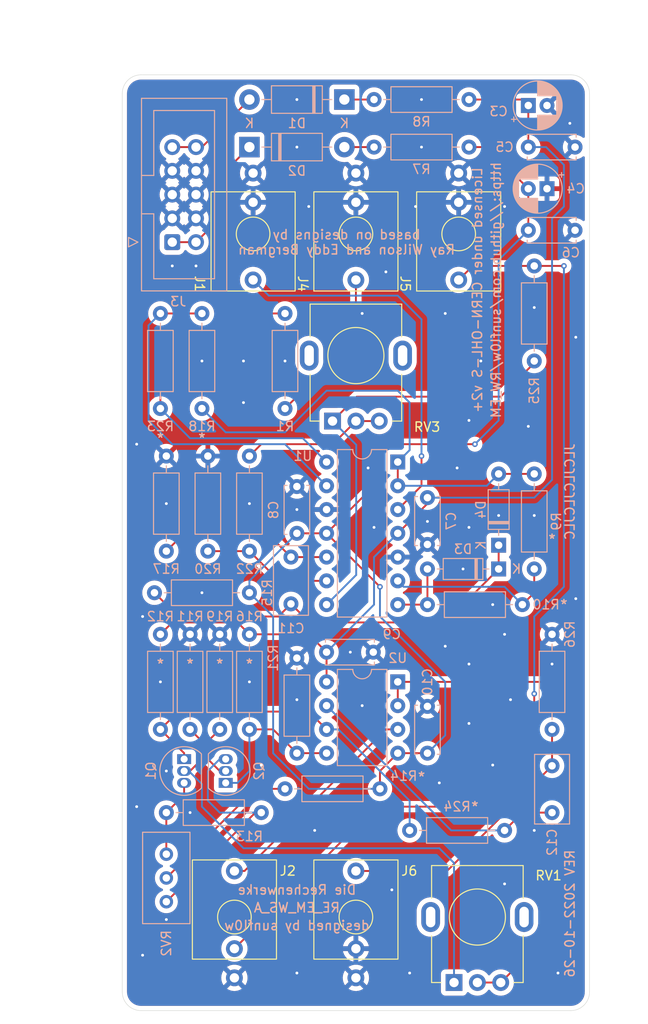
<source format=kicad_pcb>
(kicad_pcb (version 20211014) (generator pcbnew)
  (title_block (title "RW_EM_WS_A") (date "2022-10-26") (rev "2022-10-26") (comment 1 "Licensed under CERN-OHL-S v2+") (comment 2 "https://github.com/sunfl0w/RW_EM"))
  (layers (0 "F.Cu" signal) (31 "B.Cu" signal) (34 "B.Paste" user) (35 "F.Paste" user) (36 "B.SilkS" user "B.Silkscreen") (37 "F.SilkS" user "F.Silkscreen") (38 "B.Mask" user) (39 "F.Mask" user) (44 "Edge.Cuts" user))
  (net 0 "")
  (net 1 "+12V")
  (net 2 "GND")
  (net 3 "-12V")
  (net 4 "Net-(C11-Pad1)")
  (net 5 "Net-(C11-Pad2)")
  (net 6 "Net-(C12-Pad1)")
  (net 7 "Net-(C12-Pad2)")
  (net 8 "Net-(D1-Pad1)")
  (net 9 "Net-(D1-Pad2)")
  (net 10 "Net-(D2-Pad1)")
  (net 11 "Net-(D2-Pad2)")
  (net 12 "Net-(D3-Pad2)")
  (net 13 "Net-(D4-Pad2)")
  (net 14 "Net-(J1-PadT)")
  (net 15 "Net-(J2-PadT)")
  (net 16 "Net-(J2-PadTN)")
  (net 17 "Net-(Q1-Pad1)")
  (net 18 "Net-(Q1-Pad2)")
  (net 19 "Net-(Q1-Pad3)")
  (net 20 "Net-(Q2-Pad1)")
  (net 21 "Net-(Q2-Pad2)")
  (net 22 "Net-(Q2-Pad3)")
  (net 23 "Net-(R10-Pad2)")
  (net 24 "Net-(R14-Pad2)")
  (net 25 "Net-(R18-Pad1)")
  (net 26 "Net-(R20-Pad1)")
  (net 27 "Net-(R22-Pad1)")
  (net 28 "Net-(R25-Pad1)")
  (net 29 "Net-(RV1-Pad2)")
  (net 30 "Net-(J4-PadT)")
  (net 31 "Net-(R1-Pad2)")
  (footprint "RW_EurorackModular:PJ301M-12" (layer "F.Cu") (at 153 128)
    (fp_text reference "J6" (at 5.715 -4.93 unlocked) (layer "F.SilkS"))
    (fp_text value "PJ301M-12")
    (pad "S" thru_hole circle (at 0 6.5) (size 1.8 1.8) (drill 1) (layers *.Cu *.Mask) (net 2 "GND"))
    (pad "T" thru_hole circle (at 0 -4.92) (size 1.8 1.8) (drill 1) (layers *.Cu *.Mask) (net 7 "Net-(C12-Pad2)"))
    (pad "TN" thru_hole oval (at 0 3.38) (size 1.8 1.8) (drill oval 1) (layers *.Cu *.Mask) (net 2 "GND"))
  )
  (footprint "RW_EurorackModular:Potentiometer_R0904N_SongHuei" (layer "F.Cu") (at 153 68)
    (fp_text reference "RV3" (at 7.62 7.635 unlocked) (layer "F.SilkS"))
    (fp_text value "100k")
    (pad "" thru_hole oval (at 5 0) (size 2 3.2) (drill oval 1 2.2) (layers *.Cu *.Mask))
    (pad "" thru_hole oval (at -5 0) (size 2 3.2) (drill oval 1 2.2) (layers *.Cu *.Mask))
    (pad "1" thru_hole rect (at -2.5 7) (size 1.8 1.8) (drill 1) (layers *.Cu *.Mask) (net 28 "Net-(R25-Pad1)"))
    (pad "2" thru_hole circle (at 0 7) (size 1.8 1.8) (drill 1) (layers *.Cu *.Mask) (net 27 "Net-(R22-Pad1)"))
    (pad "3" thru_hole circle (at 2.5 7) (size 1.8 1.8) (drill 1) (layers *.Cu *.Mask) (net 27 "Net-(R22-Pad1)"))
  )
  (footprint "RW_EurorackModular:PJ301M-12" (layer "F.Cu") (at 140 128)
    (fp_text reference "J2" (at 5.715 -4.93 unlocked) (layer "F.SilkS"))
    (fp_text value "PJ301M-12")
    (pad "S" thru_hole circle (at 0 6.5) (size 1.8 1.8) (drill 1) (layers *.Cu *.Mask) (net 2 "GND"))
    (pad "T" thru_hole circle (at 0 -4.92) (size 1.8 1.8) (drill 1) (layers *.Cu *.Mask) (net 15 "Net-(J2-PadT)"))
    (pad "TN" thru_hole oval (at 0 3.38) (size 1.8 1.8) (drill oval 1) (layers *.Cu *.Mask) (net 16 "Net-(J2-PadTN)"))
  )
  (footprint "RW_EurorackModular:PJ301M-12" (layer "F.Cu") (at 153 55 180)
    (fp_text reference "J4" (at 5.68 -5.325 270 unlocked) (layer "F.SilkS"))
    (fp_text value "PJ301M-12")
    (pad "S" thru_hole circle (at 0 6.5 180) (size 1.8 1.8) (drill 1) (layers *.Cu *.Mask) (net 2 "GND"))
    (pad "T" thru_hole circle (at 0 -4.92 180) (size 1.8 1.8) (drill 1) (layers *.Cu *.Mask) (net 30 "Net-(J4-PadT)"))
    (pad "TN" thru_hole oval (at 0 3.38 180) (size 1.8 1.8) (drill oval 1) (layers *.Cu *.Mask) (net 2 "GND"))
  )
  (footprint "RW_EurorackModular:PJ301M-12" (layer "F.Cu") (at 142 55 180)
    (fp_text reference "J1" (at 5.715 -5.325 270 unlocked) (layer "F.SilkS"))
    (fp_text value "PJ301M-12")
    (pad "S" thru_hole circle (at 0 6.5 180) (size 1.8 1.8) (drill 1) (layers *.Cu *.Mask) (net 2 "GND"))
    (pad "T" thru_hole circle (at 0 -4.92 180) (size 1.8 1.8) (drill 1) (layers *.Cu *.Mask) (net 14 "Net-(J1-PadT)"))
    (pad "TN" thru_hole oval (at 0 3.38 180) (size 1.8 1.8) (drill oval 1) (layers *.Cu *.Mask) (net 2 "GND"))
  )
  (footprint "RW_EurorackModular:PJ301M-12" (layer "F.Cu") (at 164 55 180)
    (fp_text reference "J5" (at 5.715 -5.325 270 unlocked) (layer "F.SilkS"))
    (fp_text value "PJ301M-12")
    (pad "S" thru_hole circle (at 0 6.5 180) (size 1.8 1.8) (drill 1) (layers *.Cu *.Mask) (net 2 "GND"))
    (pad "T" thru_hole circle (at 0 -4.92 180) (size 1.8 1.8) (drill 1) (layers *.Cu *.Mask) (net 16 "Net-(J2-PadTN)"))
    (pad "TN" thru_hole oval (at 0 3.38 180) (size 1.8 1.8) (drill oval 1) (layers *.Cu *.Mask) (net 2 "GND"))
  )
  (footprint "RW_EurorackModular:Potentiometer_R0904N_SongHuei" (layer "F.Cu") (at 166 128)
    (fp_text reference "RV1" (at 7.62 -4.43 unlocked) (layer "F.SilkS"))
    (fp_text value "100k")
    (pad "" thru_hole oval (at 5 0) (size 2 3.2) (drill oval 1 2.2) (layers *.Cu *.Mask))
    (pad "" thru_hole oval (at -5 0) (size 2 3.2) (drill oval 1 2.2) (layers *.Cu *.Mask))
    (pad "1" thru_hole rect (at -2.5 7) (size 1.8 1.8) (drill 1) (layers *.Cu *.Mask) (net 18 "Net-(Q1-Pad2)"))
    (pad "2" thru_hole circle (at 0 7) (size 1.8 1.8) (drill 1) (layers *.Cu *.Mask) (net 29 "Net-(RV1-Pad2)"))
    (pad "3" thru_hole circle (at 2.5 7) (size 1.8 1.8) (drill 1) (layers *.Cu *.Mask) (net 29 "Net-(RV1-Pad2)"))
  )
  (footprint "Capacitor_THT:C_Disc_D5.0mm_W2.5mm_P5.00mm" (layer "B.Cu") (at 160.655 83.185 -90)
    (fp_text reference "C7" (at 2.5 -2.54 90) (layer "B.SilkS") (effects (justify mirror)))
    (fp_text value "100nF")
    (pad "1" thru_hole circle (at 0 0 270) (size 1.6 1.6) (drill 0.8) (layers *.Cu *.Mask) (net 1 "+12V"))
    (pad "2" thru_hole circle (at 5 0 270) (size 1.6 1.6) (drill 0.8) (layers *.Cu *.Mask) (net 2 "GND"))
  )
  (footprint "Resistor_THT:R_Axial_DIN0207_L6.3mm_D2.5mm_P10.16mm_Horizontal" (layer "B.Cu") (at 132.08 107.95 90)
    (fp_text reference "R12" (at 12.065 0 180) (layer "B.SilkS") (effects (justify mirror)))
    (fp_text value "10k*")
    (pad "1" thru_hole circle (at 0 0 90) (size 1.6 1.6) (drill 0.8) (layers *.Cu *.Mask) (net 17 "Net-(Q1-Pad1)"))
    (pad "2" thru_hole oval (at 10.16 0 90) (size 1.6 1.6) (drill 0.8) (layers *.Cu *.Mask) (net 1 "+12V"))
  )
  (footprint "Diode_THT:D_DO-35_SOD27_P7.62mm_Horizontal" (layer "B.Cu") (at 168.275 88.265 90)
    (fp_text reference "D4" (at 3.81 -1.905 90) (layer "B.SilkS") (effects (justify mirror)))
    (fp_text value "1N4148")
    (fp_text user "K" (at 0 -1.905 90) (layer "B.SilkS") (effects (justify mirror)))
    (pad "1" thru_hole rect (at 0 0 90) (size 1.6 1.6) (drill 0.8) (layers *.Cu *.Mask) (net 4 "Net-(C11-Pad1)"))
    (pad "2" thru_hole oval (at 7.62 0 90) (size 1.6 1.6) (drill 0.8) (layers *.Cu *.Mask) (net 13 "Net-(D4-Pad2)"))
  )
  (footprint "Resistor_THT:R_Axial_DIN0207_L6.3mm_D2.5mm_P10.16mm_Horizontal" (layer "B.Cu") (at 141.605 93.345 180)
    (fp_text reference "R15" (at -1.905 0 270) (layer "B.SilkS") (effects (justify mirror)))
    (fp_text value "20k")
    (pad "1" thru_hole circle (at 0 0 180) (size 1.6 1.6) (drill 0.8) (layers *.Cu *.Mask) (net 3 "-12V"))
    (pad "2" thru_hole oval (at 10.16 0 180) (size 1.6 1.6) (drill 0.8) (layers *.Cu *.Mask) (net 4 "Net-(C11-Pad1)"))
  )
  (footprint "Resistor_THT:R_Axial_DIN0207_L6.3mm_D2.5mm_P10.16mm_Horizontal" (layer "B.Cu") (at 137.16 88.9 90)
    (fp_text reference "R20" (at -1.905 0 180) (layer "B.SilkS") (effects (justify mirror)))
    (fp_text value "100k")
    (pad "1" thru_hole circle (at 0 0 90) (size 1.6 1.6) (drill 0.8) (layers *.Cu *.Mask) (net 26 "Net-(R20-Pad1)"))
    (pad "2" thru_hole oval (at 10.16 0 90) (size 1.6 1.6) (drill 0.8) (layers *.Cu *.Mask) (net 2 "GND"))
  )
  (footprint "Package_DIP:DIP-8_W7.62mm" (layer "B.Cu") (at 157.48 102.87 180)
    (fp_text reference "U2" (at 0 2.54) (layer "B.SilkS") (effects (justify mirror)))
    (fp_text value "TL072")
    (pad "1" thru_hole rect (at 0 0 180) (size 1.6 1.6) (drill 0.8) (layers *.Cu *.Mask) (net 29 "Net-(RV1-Pad2)"))
    (pad "2" thru_hole oval (at 0 -2.54 180) (size 1.6 1.6) (drill 0.8) (layers *.Cu *.Mask) (net 29 "Net-(RV1-Pad2)"))
    (pad "3" thru_hole oval (at 0 -5.08 180) (size 1.6 1.6) (drill 0.8) (layers *.Cu *.Mask) (net 15 "Net-(J2-PadT)"))
    (pad "4" thru_hole oval (at 0 -7.62 180) (size 1.6 1.6) (drill 0.8) (layers *.Cu *.Mask) (net 3 "-12V"))
    (pad "5" thru_hole oval (at 7.62 -7.62 180) (size 1.6 1.6) (drill 0.8) (layers *.Cu *.Mask) (net 20 "Net-(Q2-Pad1)"))
    (pad "6" thru_hole oval (at 7.62 -5.08 180) (size 1.6 1.6) (drill 0.8) (layers *.Cu *.Mask) (net 17 "Net-(Q1-Pad1)"))
    (pad "7" thru_hole oval (at 7.62 -2.54 180) (size 1.6 1.6) (drill 0.8) (layers *.Cu *.Mask) (net 6 "Net-(C12-Pad1)"))
    (pad "8" thru_hole oval (at 7.62 0 180) (size 1.6 1.6) (drill 0.8) (layers *.Cu *.Mask) (net 1 "+12V"))
  )
  (footprint "Resistor_THT:R_Axial_DIN0207_L6.3mm_D2.5mm_P10.16mm_Horizontal" (layer "B.Cu") (at 160.655 94.615)
    (fp_text reference "R10" (at 12.7 0) (layer "B.SilkS") (effects (justify mirror)))
    (fp_text value "10k*")
    (pad "1" thru_hole circle (at 0 0) (size 1.6 1.6) (drill 0.8) (layers *.Cu *.Mask) (net 12 "Net-(D3-Pad2)"))
    (pad "2" thru_hole oval (at 10.16 0) (size 1.6 1.6) (drill 0.8) (layers *.Cu *.Mask) (net 23 "Net-(R10-Pad2)"))
  )
  (footprint "Resistor_THT:R_Axial_DIN0207_L6.3mm_D2.5mm_P10.16mm_Horizontal" (layer "B.Cu") (at 154.94 40.64)
    (fp_text reference "R8" (at 5.08 2.37) (layer "B.SilkS") (effects (justify mirror)))
    (fp_text value "10")
    (pad "1" thru_hole circle (at 0 0) (size 1.6 1.6) (drill 0.8) (layers *.Cu *.Mask) (net 8 "Net-(D1-Pad1)"))
    (pad "2" thru_hole oval (at 10.16 0) (size 1.6 1.6) (drill 0.8) (layers *.Cu *.Mask) (net 1 "+12V"))
  )
  (footprint "Capacitor_THT:C_Disc_D5.0mm_W2.5mm_P5.00mm" (layer "B.Cu") (at 149.86 99.695)
    (fp_text reference "C9" (at 6.985 -1.905) (layer "B.SilkS") (effects (justify mirror)))
    (fp_text value "100nF")
    (pad "1" thru_hole circle (at 0 0) (size 1.6 1.6) (drill 0.8) (layers *.Cu *.Mask) (net 1 "+12V"))
    (pad "2" thru_hole circle (at 5 0) (size 1.6 1.6) (drill 0.8) (layers *.Cu *.Mask) (net 2 "GND"))
  )
  (footprint "Package_TO_SOT_THT:TO-92_Inline" (layer "B.Cu") (at 139.065 113.665 90)
    (fp_text reference "Q2" (at 1.27 3.56 90) (layer "B.SilkS") (effects (justify mirror)))
    (fp_text value "BC548")
    (pad "1" thru_hole rect (at 0 0 90) (size 1.05 1.5) (drill 0.75) (layers *.Cu *.Mask) (net 20 "Net-(Q2-Pad1)"))
    (pad "2" thru_hole oval (at 1.27 0 90) (size 1.05 1.5) (drill 0.75) (layers *.Cu *.Mask) (net 21 "Net-(Q2-Pad2)"))
    (pad "3" thru_hole oval (at 2.54 0 90) (size 1.05 1.5) (drill 0.75) (layers *.Cu *.Mask) (net 22 "Net-(Q2-Pad3)"))
  )
  (footprint "Capacitor_THT:CP_Radial_D5.0mm_P2.00mm" (layer "B.Cu") (at 171.45 41.275)
    (fp_text reference "C3" (at -3.175 0.635) (layer "B.SilkS") (effects (justify mirror)))
    (fp_text value "47uF")
    (pad "1" thru_hole rect (at 0 0) (size 1.6 1.6) (drill 0.8) (layers *.Cu *.Mask) (net 1 "+12V"))
    (pad "2" thru_hole circle (at 2 0) (size 1.6 1.6) (drill 0.8) (layers *.Cu *.Mask) (net 2 "GND"))
  )
  (footprint "Package_TO_SOT_THT:TO-92_Inline" (layer "B.Cu") (at 134.62 111.125 -90)
    (fp_text reference "Q1" (at 1.27 3.56 90) (layer "B.SilkS") (effects (justify mirror)))
    (fp_text value "BC548")
    (pad "1" thru_hole rect (at 0 0 270) (size 1.05 1.5) (drill 0.75) (layers *.Cu *.Mask) (net 17 "Net-(Q1-Pad1)"))
    (pad "2" thru_hole oval (at 1.27 0 270) (size 1.05 1.5) (drill 0.75) (layers *.Cu *.Mask) (net 18 "Net-(Q1-Pad2)"))
    (pad "3" thru_hole oval (at 2.54 0 270) (size 1.05 1.5) (drill 0.75) (layers *.Cu *.Mask) (net 19 "Net-(Q1-Pad3)"))
  )
  (footprint "Diode_THT:D_DO-41_SOD81_P10.16mm_Horizontal" (layer "B.Cu") (at 141.605 45.72)
    (fp_text reference "D2" (at 5.08 2.54) (layer "B.SilkS") (effects (justify mirror)))
    (fp_text value "1N5819")
    (fp_text user "K" (at 0 -2.54) (layer "B.SilkS") (effects (justify mirror)))
    (pad "1" thru_hole rect (at 0 0) (size 2.2 2.2) (drill 1.1) (layers *.Cu *.Mask) (net 10 "Net-(D2-Pad1)"))
    (pad "2" thru_hole oval (at 10.16 0) (size 2.2 2.2) (drill 1.1) (layers *.Cu *.Mask) (net 11 "Net-(D2-Pad2)"))
  )
  (footprint "Resistor_THT:R_Axial_DIN0207_L6.3mm_D2.5mm_P10.16mm_Horizontal" (layer "B.Cu") (at 141.605 107.95 90)
    (fp_text reference "R16" (at 12.065 0 180) (layer "B.SilkS") (effects (justify mirror)))
    (fp_text value "10k*")
    (pad "1" thru_hole circle (at 0 0 90) (size 1.6 1.6) (drill 0.8) (layers *.Cu *.Mask) (net 20 "Net-(Q2-Pad1)"))
    (pad "2" thru_hole oval (at 10.16 0 90) (size 1.6 1.6) (drill 0.8) (layers *.Cu *.Mask) (net 1 "+12V"))
  )
  (footprint "Resistor_THT:R_Axial_DIN0207_L6.3mm_D2.5mm_P10.16mm_Horizontal" (layer "B.Cu") (at 155.575 114.3 180)
    (fp_text reference "R14" (at -2.54 1.37) (layer "B.SilkS") (effects (justify mirror)))
    (fp_text value "10k*")
    (pad "1" thru_hole circle (at 0 0 180) (size 1.6 1.6) (drill 0.8) (layers *.Cu *.Mask) (net 3 "-12V"))
    (pad "2" thru_hole oval (at 10.16 0 180) (size 1.6 1.6) (drill 0.8) (layers *.Cu *.Mask) (net 24 "Net-(R14-Pad2)"))
  )
  (footprint "Resistor_THT:R_Axial_DIN0207_L6.3mm_D2.5mm_P10.16mm_Horizontal" (layer "B.Cu") (at 136.525 63.5 -90)
    (fp_text reference "R18" (at 12.065 0 180) (layer "B.SilkS") (effects (justify mirror)))
    (fp_text value "10k*")
    (pad "1" thru_hole circle (at 0 0 270) (size 1.6 1.6) (drill 0.8) (layers *.Cu *.Mask) (net 25 "Net-(R18-Pad1)"))
    (pad "2" thru_hole oval (at 10.16 0 270) (size 1.6 1.6) (drill 0.8) (layers *.Cu *.Mask) (net 13 "Net-(D4-Pad2)"))
  )
  (footprint "Capacitor_THT:C_Disc_D5.0mm_W2.5mm_P5.00mm" (layer "B.Cu") (at 160.655 105.49 -90)
    (fp_text reference "C10" (at -2.62 0 90) (layer "B.SilkS") (effects (justify mirror)))
    (fp_text value "100nF")
    (pad "1" thru_hole circle (at 0 0 270) (size 1.6 1.6) (drill 0.8) (layers *.Cu *.Mask) (net 2 "GND"))
    (pad "2" thru_hole circle (at 5 0 270) (size 1.6 1.6) (drill 0.8) (layers *.Cu *.Mask) (net 3 "-12V"))
  )
  (footprint "Capacitor_THT:C_Disc_D5.0mm_W2.5mm_P5.00mm" (layer "B.Cu") (at 146.685 81.995 -90)
    (fp_text reference "C8" (at 2.5 2.5 90) (layer "B.SilkS") (effects (justify mirror)))
    (fp_text value "100nF")
    (pad "1" thru_hole circle (at 0 0 270) (size 1.6 1.6) (drill 0.8) (layers *.Cu *.Mask) (net 2 "GND"))
    (pad "2" thru_hole circle (at 5 0 270) (size 1.6 1.6) (drill 0.8) (layers *.Cu *.Mask) (net 3 "-12V"))
  )
  (footprint "Resistor_THT:R_Axial_DIN0207_L6.3mm_D2.5mm_P10.16mm_Horizontal" (layer "B.Cu") (at 142.875 116.84 180)
    (fp_text reference "R13" (at 1.27 -2.54) (layer "B.SilkS") (effects (justify mirror)))
    (fp_text value "390")
    (pad "1" thru_hole circle (at 0 0 180) (size 1.6 1.6) (drill 0.8) (layers *.Cu *.Mask) (net 22 "Net-(Q2-Pad3)"))
    (pad "2" thru_hole oval (at 10.16 0 180) (size 1.6 1.6) (drill 0.8) (layers *.Cu *.Mask) (net 19 "Net-(Q1-Pad3)"))
  )
  (footprint "Resistor_THT:R_Axial_DIN0207_L6.3mm_D2.5mm_P10.16mm_Horizontal" (layer "B.Cu") (at 132.715 78.74 -90)
    (fp_text reference "R17" (at 12.065 0) (layer "B.SilkS") (effects (justify mirror)))
    (fp_text value "200k")
    (pad "1" thru_hole circle (at 0 0 270) (size 1.6 1.6) (drill 0.8) (layers *.Cu *.Mask) (net 2 "GND"))
    (pad "2" thru_hole oval (at 10.16 0 270) (size 1.6 1.6) (drill 0.8) (layers *.Cu *.Mask) (net 5 "Net-(C11-Pad2)"))
  )
  (footprint "Capacitor_THT:CP_Radial_D5.0mm_P2.00mm" (layer "B.Cu") (at 173.45 50.165 180)
    (fp_text reference "C4" (at -3.08 0) (layer "B.SilkS") (effects (justify mirror)))
    (fp_text value "47uF")
    (pad "1" thru_hole rect (at 0 0 180) (size 1.6 1.6) (drill 0.8) (layers *.Cu *.Mask) (net 2 "GND"))
    (pad "2" thru_hole circle (at 2 0 180) (size 1.6 1.6) (drill 0.8) (layers *.Cu *.Mask) (net 3 "-12V"))
  )
  (footprint "Resistor_THT:R_Axial_DIN0207_L6.3mm_D2.5mm_P10.16mm_Horizontal" (layer "B.Cu") (at 146.685 100.33 -90)
    (fp_text reference "R21" (at 0 2.54 90) (layer "B.SilkS") (effects (justify mirror)))
    (fp_text value "10k*")
    (pad "1" thru_hole circle (at 0 0 270) (size 1.6 1.6) (drill 0.8) (layers *.Cu *.Mask) (net 2 "GND"))
    (pad "2" thru_hole oval (at 10.16 0 270) (size 1.6 1.6) (drill 0.8) (layers *.Cu *.Mask) (net 20 "Net-(Q2-Pad1)"))
  )
  (footprint "Resistor_THT:R_Axial_DIN0207_L6.3mm_D2.5mm_P10.16mm_Horizontal" (layer "B.Cu") (at 172.085 90.805 90)
    (fp_text reference "R9" (at 5.08 2.37 90) (layer "B.SilkS") (effects (justify mirror)))
    (fp_text value "10k*")
    (pad "1" thru_hole circle (at 0 0 90) (size 1.6 1.6) (drill 0.8) (layers *.Cu *.Mask) (net 23 "Net-(R10-Pad2)"))
    (pad "2" thru_hole oval (at 10.16 0 90) (size 1.6 1.6) (drill 0.8) (layers *.Cu *.Mask) (net 13 "Net-(D4-Pad2)"))
  )
  (footprint "Resistor_THT:R_Axial_DIN0207_L6.3mm_D2.5mm_P10.16mm_Horizontal" (layer "B.Cu") (at 145.415 73.66 90)
    (fp_text reference "R1" (at -1.905 0 180) (layer "B.SilkS") (effects (justify mirror)))
    (fp_text value "1k")
    (pad "1" thru_hole circle (at 0 0 90) (size 1.6 1.6) (drill 0.8) (layers *.Cu *.Mask) (net 30 "Net-(J4-PadT)"))
    (pad "2" thru_hole oval (at 10.16 0 90) (size 1.6 1.6) (drill 0.8) (layers *.Cu *.Mask) (net 31 "Net-(R1-Pad2)"))
  )
  (footprint "Connector_IDC:IDC-Header_2x05_P2.54mm_Vertical" (layer "B.Cu") (at 133.35 55.88)
    (fp_text reference "J3" (at 0.635 6.35) (layer "B.SilkS") (effects (justify mirror)))
    (fp_text value "IDC_02x05")
    (pad "1" thru_hole roundrect (at 0 0) (size 1.7 1.7) (drill 1) (layers *.Cu *.Mask) (roundrect_rratio 0.1470588235) (net 10 "Net-(D2-Pad1)"))
    (pad "2" thru_hole circle (at 2.54 0) (size 1.7 1.7) (drill 1) (layers *.Cu *.Mask) (net 10 "Net-(D2-Pad1)"))
    (pad "3" thru_hole circle (at 0 -2.54) (size 1.7 1.7) (drill 1) (layers *.Cu *.Mask) (net 2 "GND"))
    (pad "4" thru_hole circle (at 2.54 -2.54) (size 1.7 1.7) (drill 1) (layers *.Cu *.Mask) (net 2 "GND"))
    (pad "5" thru_hole circle (at 0 -5.08) (size 1.7 1.7) (drill 1) (layers *.Cu *.Mask) (net 2 "GND"))
    (pad "6" thru_hole circle (at 2.54 -5.08) (size 1.7 1.7) (drill 1) (layers *.Cu *.Mask) (net 2 "GND"))
    (pad "7" thru_hole circle (at 0 -7.62) (size 1.7 1.7) (drill 1) (layers *.Cu *.Mask) (net 2 "GND"))
    (pad "8" thru_hole circle (at 2.54 -7.62) (size 1.7 1.7) (drill 1) (layers *.Cu *.Mask) (net 2 "GND"))
    (pad "9" thru_hole circle (at 0 -10.16) (size 1.7 1.7) (drill 1) (layers *.Cu *.Mask) (net 9 "Net-(D1-Pad2)"))
    (pad "10" thru_hole circle (at 2.54 -10.16) (size 1.7 1.7) (drill 1) (layers *.Cu *.Mask) (net 9 "Net-(D1-Pad2)"))
  )
  (footprint "Capacitor_THT:C_Disc_D5.0mm_W2.5mm_P5.00mm" (layer "B.Cu") (at 171.45 45.72)
    (fp_text reference "C5" (at -2.54 0) (layer "B.SilkS") (effects (justify mirror)))
    (fp_text value "100nF")
    (pad "1" thru_hole circle (at 0 0) (size 1.6 1.6) (drill 0.8) (layers *.Cu *.Mask) (net 1 "+12V"))
    (pad "2" thru_hole circle (at 5 0) (size 1.6 1.6) (drill 0.8) (layers *.Cu *.Mask) (net 2 "GND"))
  )
  (footprint "Resistor_THT:R_Axial_DIN0207_L6.3mm_D2.5mm_P10.16mm_Horizontal" (layer "B.Cu") (at 173.99 97.79 -90)
    (fp_text reference "R26" (at 0 -1.905 90) (layer "B.SilkS") (effects (justify mirror)))
    (fp_text value "200k")
    (pad "1" thru_hole circle (at 0 0 270) (size 1.6 1.6) (drill 0.8) (layers *.Cu *.Mask) (net 2 "GND"))
    (pad "2" thru_hole oval (at 10.16 0 270) (size 1.6 1.6) (drill 0.8) (layers *.Cu *.Mask) (net 7 "Net-(C12-Pad2)"))
  )
  (footprint "Resistor_THT:R_Axial_DIN0207_L6.3mm_D2.5mm_P10.16mm_Horizontal" (layer "B.Cu") (at 135.255 97.79 -90)
    (fp_text reference "R11" (at -1.905 0 180) (layer "B.SilkS") (effects (justify mirror)))
    (fp_text value "2.2k*")
    (pad "1" thru_hole circle (at 0 0 270) (size 1.6 1.6) (drill 0.8) (layers *.Cu *.Mask) (net 2 "GND"))
    (pad "2" thru_hole oval (at 10.16 0 270) (size 1.6 1.6) (drill 0.8) (layers *.Cu *.Mask) (net 18 "Net-(Q1-Pad2)"))
  )
  (footprint "Package_DIP:DIP-14_W7.62mm" (layer "B.Cu") (at 157.48 79.375 180)
    (fp_text reference "U1" (at 10.16 0.635) (layer "B.SilkS") (effects (justify mirror)))
    (fp_text value "TL074")
    (pad "1" thru_hole rect (at 0 0 180) (size 1.6 1.6) (drill 0.8) (layers *.Cu *.Mask) (net 13 "Net-(D4-Pad2)"))
    (pad "2" thru_hole oval (at 0 -2.54 180) (size 1.6 1.6) (drill 0.8) (layers *.Cu *.Mask) (net 13 "Net-(D4-Pad2)"))
    (pad "3" thru_hole oval (at 0 -5.08 180) (size 1.6 1.6) (drill 0.8) (layers *.Cu *.Mask) (net 14 "Net-(J1-PadT)"))
    (pad "4" thru_hole oval (at 0 -7.62 180) (size 1.6 1.6) (drill 0.8) (layers *.Cu *.Mask) (net 1 "+12V"))
    (pad "5" thru_hole oval (at 0 -10.16 180) (size 1.6 1.6) (drill 0.8) (layers *.Cu *.Mask) (net 2 "GND"))
    (pad "6" thru_hole oval (at 0 -12.7 180) (size 1.6 1.6) (drill 0.8) (layers *.Cu *.Mask) (net 23 "Net-(R10-Pad2)"))
    (pad "7" thru_hole oval (at 0 -15.24 180) (size 1.6 1.6) (drill 0.8) (layers *.Cu *.Mask) (net 12 "Net-(D3-Pad2)"))
    (pad "8" thru_hole oval (at 7.62 -15.24 180) (size 1.6 1.6) (drill 0.8) (layers *.Cu *.Mask) (net 28 "Net-(R25-Pad1)"))
    (pad "9" thru_hole oval (at 7.62 -12.7 180) (size 1.6 1.6) (drill 0.8) (layers *.Cu *.Mask) (net 26 "Net-(R20-Pad1)"))
    (pad "10" thru_hole oval (at 7.62 -10.16 180) (size 1.6 1.6) (drill 0.8) (layers *.Cu *.Mask) (net 5 "Net-(C11-Pad2)"))
    (pad "11" thru_hole oval (at 7.62 -7.62 180) (size 1.6 1.6) (drill 0.8) (layers *.Cu *.Mask) (net 3 "-12V"))
    (pad "12" thru_hole oval (at 7.62 -5.08 180) (size 1.6 1.6) (drill 0.8) (layers *.Cu *.Mask) (net 2 "GND"))
    (pad "13" thru_hole oval (at 7.62 -2.54 180) (size 1.6 1.6) (drill 0.8) (layers *.Cu *.Mask) (net 25 "Net-(R18-Pad1)"))
    (pad "14" thru_hole oval (at 7.62 0 180) (size 1.6 1.6) (drill 0.8) (layers *.Cu *.Mask) (net 31 "Net-(R1-Pad2)"))
  )
  (footprint "Resistor_THT:R_Axial_DIN0207_L6.3mm_D2.5mm_P10.16mm_Horizontal" (layer "B.Cu") (at 168.91 118.745 180)
    (fp_text reference "R24" (at 5.08 2.54) (layer "B.SilkS") (effects (justify mirror)))
    (fp_text value "10k*")
    (pad "1" thru_hole circle (at 0 0 180) (size 1.6 1.6) (drill 0.8) (layers *.Cu *.Mask) (net 6 "Net-(C12-Pad1)"))
    (pad "2" thru_hole oval (at 10.16 0 180) (size 1.6 1.6) (drill 0.8) (layers *.Cu *.Mask) (net 17 "Net-(Q1-Pad1)"))
  )
  (footprint "Capacitor_THT:C_Disc_D5.0mm_W2.5mm_P5.00mm" (layer "B.Cu") (at 176.45 54.61 180)
    (fp_text reference "C6" (at 0.45 -2.39) (layer "B.SilkS") (effects (justify mirror)))
    (fp_text value "100nF")
    (pad "1" thru_hole circle (at 0 0 180) (size 1.6 1.6) (drill 0.8) (layers *.Cu *.Mask) (net 2 "GND"))
    (pad "2" thru_hole circle (at 5 0 180) (size 1.6 1.6) (drill 0.8) (layers *.Cu *.Mask) (net 3 "-12V"))
  )
  (footprint "Resistor_THT:R_Axial_DIN0207_L6.3mm_D2.5mm_P10.16mm_Horizontal" (layer "B.Cu") (at 154.94 45.72)
    (fp_text reference "R7" (at 5.08 2.37) (layer "B.SilkS") (effects (justify mirror)))
    (fp_text value "10")
    (pad "1" thru_hole circle (at 0 0) (size 1.6 1.6) (drill 0.8) (layers *.Cu *.Mask) (net 11 "Net-(D2-Pad2)"))
    (pad "2" thru_hole oval (at 10.16 0) (size 1.6 1.6) (drill 0.8) (layers *.Cu *.Mask) (net 3 "-12V"))
  )
  (footprint "Resistor_THT:R_Axial_DIN0207_L6.3mm_D2.5mm_P10.16mm_Horizontal" (layer "B.Cu") (at 132.08 73.66 90)
    (fp_text reference "R23" (at -1.905 0 180) (layer "B.SilkS") (effects (justify mirror)))
    (fp_text value "10k*")
    (pad "1" thru_hole circle (at 0 0 90) (size 1.6 1.6) (drill 0.8) (layers *.Cu *.Mask) (net 31 "Net-(R1-Pad2)"))
    (pad "2" thru_hole oval (at 10.16 0 90) (size 1.6 1.6) (drill 0.8) (layers *.Cu *.Mask) (net 25 "Net-(R18-Pad1)"))
  )
  (footprint "Potentiometer_THT:Potentiometer_Bourns_3296W_Vertical" (layer "B.Cu") (at 132.715 121.285 90)
    (fp_text reference "RV2" (at -9.525 0 90) (layer "B.SilkS") (effects (justify mirror)))
    (fp_text value "50k")
    (pad "1" thru_hole circle (at 0 0 90) (size 1.44 1.44) (drill 0.8) (layers *.Cu *.Mask) (net 19 "Net-(Q1-Pad3)"))
    (pad "2" thru_hole circle (at -2.54 0 90) (size 1.44 1.44) (drill 0.8) (layers *.Cu *.Mask) (net 24 "Net-(R14-Pad2)"))
    (pad "3" thru_hole circle (at -5.08 0 90) (size 1.44 1.44) (drill 0.8) (layers *.Cu *.Mask) (net 22 "Net-(Q2-Pad3)"))
  )
  (footprint "Resistor_THT:R_Axial_DIN0207_L6.3mm_D2.5mm_P10.16mm_Horizontal" (layer "B.Cu") (at 141.605 78.74 -90)
    (fp_text reference "R22" (at 12.065 0 180) (layer "B.SilkS") (effects (justify mirror)))
    (fp_text value "20k")
    (pad "1" thru_hole circle (at 0 0 270) (size 1.6 1.6) (drill 0.8) (layers *.Cu *.Mask) (net 27 "Net-(R22-Pad1)"))
    (pad "2" thru_hole oval (at 10.16 0 270) (size 1.6 1.6) (drill 0.8) (layers *.Cu *.Mask) (net 26 "Net-(R20-Pad1)"))
  )
  (footprint "Capacitor_THT:C_Rect_L7.2mm_W3.5mm_P5.00mm_FKS2_FKP2_MKS2_MKP2" (layer "B.Cu") (at 146.05 94.535 90)
    (fp_text reference "C11" (at -2.62 0 180) (layer "B.SilkS") (effects (justify mirror)))
    (fp_text value "1uF")
    (pad "1" thru_hole circle (at 0 0 90) (size 1.6 1.6) (drill 0.8) (layers *.Cu *.Mask) (net 4 "Net-(C11-Pad1)"))
    (pad "2" thru_hole circle (at 5 0 90) (size 1.6 1.6) (drill 0.8) (layers *.Cu *.Mask) (net 5 "Net-(C11-Pad2)"))
  )
  (footprint "Resistor_THT:R_Axial_DIN0207_L6.3mm_D2.5mm_P10.16mm_Horizontal" (layer "B.Cu") (at 138.43 97.79 -90)
    (fp_text reference "R19" (at -1.905 0 180) (layer "B.SilkS") (effects (justify mirror)))
    (fp_text value "2.2k*")
    (pad "1" thru_hole circle (at 0 0 270) (size 1.6 1.6) (drill 0.8) (layers *.Cu *.Mask) (net 2 "GND"))
    (pad "2" thru_hole oval (at 10.16 0 270) (size 1.6 1.6) (drill 0.8) (layers *.Cu *.Mask) (net 21 "Net-(Q2-Pad2)"))
  )
  (footprint "Resistor_THT:R_Axial_DIN0207_L6.3mm_D2.5mm_P10.16mm_Horizontal" (layer "B.Cu") (at 172.085 68.58 90)
    (fp_text reference "R25" (at -3.175 0 90) (layer "B.SilkS") (effects (justify mirror)))
    (fp_text value "1k")
    (pad "1" thru_hole circle (at 0 0 90) (size 1.6 1.6) (drill 0.8) (layers *.Cu *.Mask) (net 28 "Net-(R25-Pad1)"))
    (pad "2" thru_hole oval (at 10.16 0 90) (size 1.6 1.6) (drill 0.8) (layers *.Cu *.Mask) (net 16 "Net-(J2-PadTN)"))
  )
  (footprint "Capacitor_THT:C_Rect_L7.2mm_W3.5mm_P5.00mm_FKS2_FKP2_MKS2_MKP2" (layer "B.Cu") (at 173.99 116.84 90)
    (fp_text reference "C12" (at -3.175 0 90) (layer "B.SilkS") (effects (justify mirror)))
    (fp_text value "1uF")
    (pad "1" thru_hole circle (at 0 0 90) (size 1.6 1.6) (drill 0.8) (layers *.Cu *.Mask) (net 6 "Net-(C12-Pad1)"))
    (pad "2" thru_hole circle (at 5 0 90) (size 1.6 1.6) (drill 0.8) (layers *.Cu *.Mask) (net 7 "Net-(C12-Pad2)"))
  )
  (footprint "Diode_THT:D_DO-35_SOD27_P7.62mm_Horizontal" (layer "B.Cu") (at 168.275 90.805 180)
    (fp_text reference "D3" (at 3.81 2.12) (layer "B.SilkS") (effects (justify mirror)))
    (fp_text value "1N4148")
    (fp_text user "K" (at -1.905 0) (layer "B.SilkS") (effects (justify mirror)))
    (pad "1" thru_hole rect (at 0 0 180) (size 1.6 1.6) (drill 0.8) (layers *.Cu *.Mask) (net 4 "Net-(C11-Pad1)"))
    (pad "2" thru_hole oval (at 7.62 0 180) (size 1.6 1.6) (drill 0.8) (layers *.Cu *.Mask) (net 12 "Net-(D3-Pad2)"))
  )
  (footprint "Diode_THT:D_DO-41_SOD81_P10.16mm_Horizontal" (layer "B.Cu") (at 151.765 40.64 180)
    (fp_text reference "D1" (at 5.08 -2.54) (layer "B.SilkS") (effects (justify mirror)))
    (fp_text value "1N5819")
    (fp_text user "K" (at 0 -2.54) (layer "B.SilkS") (effects (justify mirror)))
    (pad "1" thru_hole rect (at 0 0 180) (size 2.2 2.2) (drill 1.1) (layers *.Cu *.Mask) (net 8 "Net-(D1-Pad1)"))
    (pad "2" thru_hole oval (at 10.16 0 180) (size 2.2 2.2) (drill 1.1) (layers *.Cu *.Mask) (net 9 "Net-(D1-Pad2)"))
  )
  (gr_line (start 130 138) (end 176 138) (layer "Edge.Cuts") (width 0.05))
  (gr_arc (start 128 40) (mid 128.585786 38.585786) (end 130 38) (layer "Edge.Cuts") (width 0.05))
  (gr_line (start 128 40) (end 128 136) (layer "Edge.Cuts") (width 0.05))
  (gr_line (start 178 136) (end 178 40) (layer "Edge.Cuts") (width 0.05))
  (gr_arc (start 130 138) (mid 128.585786 137.414214) (end 128 136) (layer "Edge.Cuts") (width 0.05))
  (gr_arc (start 176 38) (mid 177.414214 38.585786) (end 178 40) (layer "Edge.Cuts") (width 0.05))
  (gr_line (start 176 38) (end 130 38) (layer "Edge.Cuts") (width 0.05))
  (gr_arc (start 178 136) (mid 177.414214 137.414214) (end 176 138) (layer "Edge.Cuts") (width 0.05))
  (gr_text "*" (at 141.605 100.965) (layer "B.SilkS") (effects (font (size 1 1) (thickness 0.16)) (justify mirror)))
  (gr_text "*" (at 175.26 94.615) (layer "B.SilkS") (effects (font (size 1 1) (thickness 0.16)) (justify mirror)))
  (gr_text "RE_EM_WS_A" (at 146.685 127) (layer "B.SilkS") (effects (font (size 1 1) (thickness 0.16)) (justify mirror)))
  (gr_text "*" (at 138.43 100.965) (layer "B.SilkS") (effects (font (size 1 1) (thickness 0.16)) (justify mirror)))
  (gr_text "*" (at 135.255 100.965) (layer "B.SilkS") (effects (font (size 1 1) (thickness 0.16)) (justify mirror)))
  (gr_text "based on designs by\nRay Wilson and Eddy Bergman" (at 152 55.88) (layer "B.SilkS") (effects (font (size 1 1) (thickness 0.16)) (justify mirror)))
  (gr_text "*" (at 136.525 76.835) (layer "B.SilkS") (effects (font (size 1 1) (thickness 0.16)) (justify mirror)))
  (gr_text "*" (at 132.08 100.965) (layer "B.SilkS") (effects (font (size 1 1) (thickness 0.16)) (justify mirror)))
  (gr_text "designed by sunfl0w" (at 146.685 128.905) (layer "B.SilkS") (effects (font (size 1 1) (thickness 0.16)) (justify mirror)))
  (gr_text "Die Rechenwerke" (at 146.685 125.095) (layer "B.SilkS") (effects (font (size 1 1) (thickness 0.16)) (justify mirror)))
  (gr_text "Licensed under CERN-OHL-S v2+" (at 166 61 90) (layer "B.SilkS") (effects (font (size 1 1) (thickness 0.16)) (justify mirror)))
  (gr_text "*" (at 132.08 76.835) (layer "B.SilkS") (effects (font (size 1 1) (thickness 0.16)) (justify mirror)))
  (gr_text "https://github.com/sunfl0w/RW_EM" (at 168 61 90) (layer "B.SilkS") (effects (font (size 1 1) (thickness 0.16)) (justify mirror)))
  (gr_text "*" (at 160.02 113.03) (layer "B.SilkS") (effects (font (size 1 1) (thickness 0.16)) (justify mirror)))
  (gr_text "JLCJLCJLCJLC" (at 175.895 82.55 90) (layer "B.SilkS") (effects (font (size 1 1) (thickness 0.16)) (justify mirror)))
  (gr_text "*" (at 165.735 116.205) (layer "B.SilkS") (effects (font (size 1 1) (thickness 0.16)) (justify mirror)))
  (gr_text "REV 2022-10-26" (at 175.895 127.635 90) (layer "B.SilkS") (effects (font (size 1 1) (thickness 0.16)) (justify mirror)))
  (gr_text "*" (at 173.99 87.63) (layer "B.SilkS") (effects (font (size 1 1) (thickness 0.16)) (justify mirror)))
  (segment (start 165.1 40.64) (end 170.815 40.64) (width 0.2) (layer "F.Cu") (net 1))
  (segment (start 147.955 97.79) (end 149.86 99.695) (width 0.2) (layer "F.Cu") (net 1))
  (segment (start 170.815 40.64) (end 171.45 41.275) (width 0.2) (layer "F.Cu") (net 1))
  (segment (start 160.655 83.82) (end 160.655 83.185) (width 0.2) (layer "F.Cu") (net 1))
  (segment (start 132.08 97.79) (end 133.35 96.52) (width 0.2) (layer "F.Cu") (net 1))
  (segment (start 171.45 45.72) (end 171.45 41.275) (width 0.2) (layer "F.Cu") (net 1))
  (segment (start 149.86 102.87) (end 149.86 99.695) (width 0.2) (layer "F.Cu") (net 1))
  (segment (start 157.48 86.995) (end 160.655 83.82) (width 0.2) (layer "F.Cu") (net 1))
  (segment (start 140.335 96.52) (end 141.605 97.79) (width 0.2) (layer "F.Cu") (net 1))
  (segment (start 141.605 97.79) (end 147.955 97.79) (width 0.2) (layer "F.Cu") (net 1))
  (segment (start 133.35 96.52) (end 140.335 96.52) (width 0.2) (layer "F.Cu") (net 1))
  (segment (start 172.085 83.185) (end 173.99 81.28) (width 0.2) (layer "B.Cu") (net 1))
  (segment (start 175.26 52.07) (end 175.26 47.625) (width 0.2) (layer "B.Cu") (net 1))
  (segment (start 173.355 45.72) (end 171.45 45.72) (width 0.2) (layer "B.Cu") (net 1))
  (segment (start 160.655 83.185) (end 172.085 83.185) (width 0.2) (layer "B.Cu") (net 1))
  (segment (start 154.94 89.535) (end 157.48 86.995) (width 0.2) (layer "B.Cu") (net 1))
  (segment (start 154.94 94.615) (end 154.94 89.535) (width 0.2) (layer "B.Cu") (net 1))
  (segment (start 173.99 53.34) (end 175.26 52.07) (width 0.2) (layer "B.Cu") (net 1))
  (segment (start 175.26 47.625) (end 173.355 45.72) (width 0.2) (layer "B.Cu") (net 1))
  (segment (start 173.99 81.28) (end 173.99 53.34) (width 0.2) (layer "B.Cu") (net 1))
  (segment (start 149.86 99.695) (end 154.94 94.615) (width 0.2) (layer "B.Cu") (net 1))
  (via (at 147.955 52.07) (size 0.6) (drill 0.3) (layers "F.Cu" "B.Cu") (net 2))
  (via (at 140.97 73.025) (size 0.6) (drill 0.3) (layers "F.Cu" "B.Cu") (net 2))
  (via (at 145.415 68.58) (size 0.6) (drill 0.3) (layers "F.Cu" "B.Cu") (net 2))
  (via (at 152.4 99.695) (size 0.6) (drill 0.3) (layers "F.Cu" "B.Cu") (net 2))
  (via (at 132.715 83.82) (size 0.6) (drill 0.3) (layers "F.Cu" "B.Cu") (net 2))
  (via (at 160.02 40.64) (size 0.6) (drill 0.3) (layers "F.Cu" "B.Cu") (net 2))
  (via (at 160.02 45.72) (size 0.6) (drill 0.3) (layers "F.Cu" "B.Cu") (net 2))
  (via (at 140.97 68.58) (size 0.6) (drill 0.3) (layers "F.Cu" "B.Cu") (net 2))
  (via (at 133.35 58.42) (size 0.6) (drill 0.3) (layers "F.Cu" "B.Cu") (net 2))
  (via (at 142.875 111.76) (size 0.6) (drill 0.3) (layers "F.Cu" "B.Cu") (net 2))
  (via (at 164.465 90.805) (size 0.6) (drill 0.3) (layers "F.Cu" "B.Cu") (net 2))
  (via (at 174.625 133.985) (size 0.6) (drill 0.3) (layers "F.Cu" "B.Cu") (net 2))
  (via (at 160.655 85.725) (size 0.6) (drill 0.3) (layers "F.Cu" "B.Cu") (net 2))
  (via (at 146.685 133.985) (size 0.6) (drill 0.3) (layers "F.Cu" "B.Cu") (net 2))
  (via (at 173.99 100.965) (size 0.6) (drill 0.3) (layers "F.Cu" "B.Cu") (net 2))
  (via (at 167.64 94.615) (size 0.6) (drill 0.3) (layers "F.Cu" "B.Cu") (net 2))
  (via (at 172.085 62.865) (size 0.6) (drill 0.3) (layers "F.Cu" "B.Cu") (net 2))
  (via (at 168.275 85.09) (size 0.6) (drill 0.3) (layers "F.Cu" "B.Cu") (net 2))
  (via (at 171.45 75.565) (size 0.6) (drill 0.3) (layers "F.Cu" "B.Cu") (net 2))
  (via (at 141.605 102.87) (size 0.6) (drill 0.3) (layers "F.Cu" "B.Cu") (net 2))
  (via (at 162.56 99.06) (size 0.6) (drill 0.3) (layers "F.Cu" "B.Cu") (net 2))
  (via (at 162.56 63.5) (size 0.6) (drill 0.3) (layers "F.Cu" "B.Cu") (net 2))
  (via (at 167.64 111.76) (size 0.6) (drill 0.3) (layers "F.Cu" "B.Cu") (net 2))
  (via (at 130.175 95.885) (size 0.6) (drill 0.3) (layers "F.Cu" "B.Cu") (net 2))
  (via (at 132.715 128.27) (size 0.6) (drill 0.3) (layers "F.Cu" "B.Cu") (net 2))
  (via (at 146.685 84.455) (size 0.6) (drill 0.3) (layers "F.Cu" "B.Cu") (net 2))
  (via (at 135.255 116.84) (size 0.6) (drill 0.3) (layers "F.Cu" "B.Cu") (net 2))
  (via (at 176.53 93.98) (size 0.6) (drill 0.3) (layers "F.Cu" "B.Cu") (net 2))
  (via (at 148.59 118.745) (size 0.6) (drill 0.3) (layers "F.Cu" "B.Cu") (net 2))
  (via (at 130.175 132.08) (size 0.6) (drill 0.3) (layers "F.Cu" "B.Cu") (net 2))
  (via (at 172.085 118.745) (size 0.6) (drill 0.3) (layers "F.Cu" "B.Cu") (net 2))
  (via (at 169.545 104.775) (size 0.6) (drill 0.3) (layers "F.Cu" "B.Cu") (net 2))
  (via (at 154.305 80.01) (size 0.6) (drill 0.3) (layers "F.Cu" "B.Cu") (net 2))
  (via (at 163.83 80.01) (size 0.6) (drill 0.3) (layers "F.Cu" "B.Cu") (net 2))
  (via (at 166.37 68.58) (size 0.6) (drill 0.3) (layers "F.Cu" "B.Cu") (net 2))
  (via (at 156.21 59.055) (size 0.6) (drill 0.3) (layers "F.Cu" "B.Cu") (net 2))
  (via (at 154.94 86.36) (size 0.6) (drill 0.3) (layers "F.Cu" "B.Cu") (net 2))
  (via (at 129.54 116.205) (size 0.6) (drill 0.3) (layers "F.Cu" "B.Cu") (net 2))
  (via (at 153.67 105.41) (size 0.6) (drill 0.3) (layers "F.Cu" "B.Cu") (net 2))
  (via (at 161.925 113.665) (size 0.6) (drill 0.3) (layers "F.Cu" "B.Cu") (net 2))
  (via (at 158.75 133.985) (size 0.6) (drill 0.3) (layers "F.Cu" "B.Cu") (net 2))
  (via (at 146.685 45.72) (size 0.6) (drill 0.3) (layers "F.Cu" "B.Cu") (net 2))
  (via (at 165.1 107.315) (size 0.6) (drill 0.3) (layers "F.Cu" "B.Cu") (net 2))
  (via (at 168.91 52.07) (size 0.6) (drill 0.3) (layers "F.Cu" "B.Cu") (net 2))
  (via (at 175.895 43.18) (size 0.6) (drill 0.3) (layers "F.Cu" "B.Cu") (net 2))
  (via (at 129.54 77.47) (size 0.6) (drill 0.3) (layers "F.Cu" "B.Cu") (net 2))
  (via (at 135.89 58.42) (size 0.6) (drill 0.3) (layers "F.Cu" "B.Cu") (net 2))
  (via (at 136.525 93.345) (size 0.6) (drill 0.3) (layers "F.Cu" "B.Cu") (net 2))
  (via (at 176.53 66.04) (size 0.6) (drill 0.3) (layers "F.Cu" "B.Cu") (net 2))
  (via (at 132.715 112.395) (size 0.6) (drill 0.3) (layers "F.Cu" "B.Cu") (net 2))
  (via (at 153.67 63.5) (size 0.6) (drill 0.3) (layers "F.Cu" "B.Cu") (net 2))
  (via (at 168.91 124.46) (size 0.6) (drill 0.3) (layers "F.Cu" "B.Cu") (net 2))
  (via (at 146.685 40.64) (size 0.6) (drill 0.3) (layers "F.Cu" "B.Cu") (net 2))
  (via (at 141.605 83.82) (size 0.6) (drill 0.3) (layers "F.Cu" "B.Cu") (net 2))
  (via (at 172.085 85.09) (size 0.6) (drill 0.3) (layers "F.Cu" "B.Cu") (net 2))
  (via (at 146.685 104.775) (size 0.6) (drill 0.3) (layers "F.Cu" "B.Cu") (net 2))
  (via (at 136.525 68.58) (size 0.6) (drill 0.3) (layers "F.Cu" "B.Cu") (net 2))
  (via (at 159.385 52.07) (size 0.6) (drill 0.3) (layers "F.Cu" "B.Cu") (net 2))
  (via (at 165.1 86.36) (size 0.6) (drill 0.3) (layers "F.Cu" "B.Cu") (net 2))
  (via (at 165.1 74.93) (size 0.6) (drill 0.3) (layers "F.Cu" "B.Cu") (net 2))
  (via (at 165.1 100.965) (size 0.6) (drill 0.3) (layers "F.Cu" "B.Cu") (net 2))
  (via (at 132.08 102.87) (size 0.6) (drill 0.3) (layers "F.Cu" "B.Cu") (net 2))
  (via (at 168.91 97.79) (size 0.6) (drill 0.3) (layers "F.Cu" "B.Cu") (net 2))
  (via (at 156.845 125.095) (size 0.6) (drill 0.3) (layers "F.Cu" "B.Cu") (net 2))
  (segment (start 146.685 86.995) (end 149.86 86.995) (width 0.2) (layer "F.Cu") (net 3))
  (segment (start 149.86 86.995) (end 155.575 92.71) (width 0.2) (layer "F.Cu") (net 3))
  (segment (start 165.1 45.72) (end 167.005 45.72) (width 0.2) (layer "F.Cu") (net 3))
  (segment (start 155.575 81.28) (end 155.575 78.74) (width 0.2) (layer "F.Cu") (net 3))
  (segment (start 167.005 45.72) (end 171.45 50.165) (width 0.2) (layer "F.Cu") (net 3))
  (segment (start 155.575 112.395) (end 157.48 110.49) (width 0.2) (layer "F.Cu") (net 3))
  (segment (start 160.655 110.49) (end 157.48 110.49) (width 0.2) (layer "F.Cu") (net 3))
  (segment (start 149.86 86.995) (end 155.575 81.28) (width 0.2) (layer "F.Cu") (net 3))
  (segment (start 155.575 78.74) (end 156.845 77.47) (width 0.2) (layer "F.Cu") (net 3))
  (segment (start 155.575 114.3) (end 155.575 112.395) (width 0.2) (layer "F.Cu") (net 3))
  (segment (start 156.845 77.47) (end 165.735 77.47) (width 0.2) (layer "F.Cu") (net 3))
  (segment (start 171.45 50.165) (end 171.45 54.61) (width 0.2) (layer "F.Cu") (net 3))
  (via (at 165.735 77.47) (size 0.6) (drill 0.3) (layers "F.Cu" "B.Cu") (net 3))
  (via (at 155.575 92.71) (size 0.6) (drill 0.3) (layers "F.Cu" "B.Cu") (net 3))
  (segment (start 147.955 114.3) (end 144.145 110.49) (width 0.2) (layer "B.Cu") (net 3))
  (segment (start 144.145 95.885) (end 141.605 93.345) (width 0.2) (layer "B.Cu") (net 3))
  (segment (start 168.275 57.785) (end 168.275 74.93) (width 0.2) (layer "B.Cu") (net 3))
  (segment (start 144.145 110.49) (end 144.145 95.885) (width 0.2) (layer "B.Cu") (net 3))
  (segment (start 171.45 54.61) (end 168.275 57.785) (width 0.2) (layer "B.Cu") (net 3))
  (segment (start 155.575 92.71) (end 155.575 95.885) (width 0.2) (layer "B.Cu") (net 3))
  (segment (start 141.605 93.345) (end 141.605 92.075) (width 0.2) (layer "B.Cu") (net 3))
  (segment (start 141.605 92.075) (end 146.685 86.995) (width 0.2) (layer "B.Cu") (net 3))
  (segment (start 168.275 74.93) (end 165.735 77.47) (width 0.2) (layer "B.Cu") (net 3))
  (segment (start 160.655 110.49) (end 162.56 108.585) (width 0.2) (layer "B.Cu") (net 3))
  (segment (start 155.575 114.3) (end 147.955 114.3) (width 0.2) (layer "B.Cu") (net 3))
  (segment (start 162.56 108.585) (end 162.56 102.87) (width 0.2) (layer "B.Cu") (net 3))
  (segment (start 162.56 102.87) (end 155.575 95.885) (width 0.2) (layer "B.Cu") (net 3))
  (segment (start 131.445 93.345) (end 133.985 95.885) (width 0.2) (layer "F.Cu") (net 4))
  (segment (start 133.985 95.885) (end 144.7 95.885) (width 0.2) (layer "F.Cu") (net 4))
  (segment (start 168.275 88.265) (end 168.275 90.805) (width 0.2) (layer "F.Cu") (net 4))
  (segment (start 168.275 90.805) (end 162.56 96.52) (width 0.2) (layer "F.Cu") (net 4))
  (segment (start 148.035 96.52) (end 146.05 94.535) (width 0.2) (layer "F.Cu") (net 4))
  (segment (start 162.56 96.52) (end 148.035 96.52) (width 0.2) (layer "F.Cu") (net 4))
  (segment (start 144.7 95.885) (end 146.05 94.535) (width 0.2) (layer "F.Cu") (net 4))
  (segment (start 143.51 86.995) (end 146.05 89.535) (width 0.2) (layer "F.Cu") (net 5))
  (segment (start 134.62 86.995) (end 143.51 86.995) (width 0.2) (layer "F.Cu") (net 5))
  (segment (start 146.05 89.535) (end 149.86 89.535) (width 0.2) (layer "F.Cu") (net 5))
  (segment (start 132.715 88.9) (end 134.62 86.995) (width 0.2) (layer "F.Cu") (net 5))
  (segment (start 173.99 116.84) (end 170.815 116.84) (width 0.2) (layer "F.Cu") (net 6))
  (segment (start 170.815 116.84) (end 168.91 118.745) (width 0.2) (layer "F.Cu") (net 6))
  (segment (start 163.195 118.745) (end 149.86 105.41) (width 0.2) (layer "B.Cu") (net 6))
  (segment (start 168.91 118.745) (end 163.195 118.745) (width 0.2) (layer "B.Cu") (net 6))
  (segment (start 173.99 107.95) (end 173.99 111.84) (width 0.2) (layer "F.Cu") (net 7))
  (segment (start 162.75 123.08) (end 173.99 111.84) (width 0.2) (layer "F.Cu") (net 7))
  (segment (start 153 123.08) (end 162.75 123.08) (width 0.2) (layer "F.Cu") (net 7))
  (segment (start 151.765 40.64) (end 154.94 40.64) (width 0.2) (layer "F.Cu") (net 8))
  (segment (start 141.605 40.64) (end 136.525 45.72) (width 0.2) (layer "F.Cu") (net 9))
  (segment (start 136.525 45.72) (end 135.89 45.72) (width 0.2) (layer "F.Cu") (net 9))
  (segment (start 133.35 45.72) (end 135.89 45.72) (width 0.2) (layer "F.Cu") (net 9))
  (segment (start 139.7 52.07) (end 135.89 55.88) (width 0.2) (layer "F.Cu") (net 10))
  (segment (start 133.35 55.88) (end 135.89 55.88) (width 0.2) (layer "F.Cu") (net 10))
  (segment (start 141.605 45.72) (end 139.7 47.625) (width 0.2) (layer "F.Cu") (net 10))
  (segment (start 139.7 47.625) (end 139.7 52.07) (width 0.2) (layer "F.Cu") (net 10))
  (segment (start 151.765 45.72) (end 154.94 45.72) (width 0.2) (layer "F.Cu") (net 11))
  (segment (start 160.655 90.805) (end 160.655 94.615) (width 0.2) (layer "F.Cu") (net 12))
  (segment (start 157.48 94.615) (end 160.655 94.615) (width 0.2) (layer "F.Cu") (net 12))
  (segment (start 157.48 79.375) (end 157.48 81.915) (width 0.2) (layer "F.Cu") (net 13))
  (segment (start 168.275 80.645) (end 172.085 80.645) (width 0.2) (layer "F.Cu") (net 13))
  (segment (start 145.415 76.2) (end 149.86 71.755) (width 0.2) (layer "B.Cu") (net 13))
  (segment (start 158.75 73.025) (end 157.48 71.755) (width 0.2) (layer "B.Cu") (net 13))
  (segment (start 149.86 71.755) (end 157.48 71.755) (width 0.2) (layer "B.Cu") (net 13))
  (segment (start 136.525 73.66) (end 139.065 76.2) (width 0.2) (layer "B.Cu") (net 13))
  (segment (start 157.48 79.375) (end 158.75 78.105) (width 0.2) (layer "B.Cu") (net 13))
  (segment (start 157.48 81.915) (end 167.005 81.915) (width 0.2) (layer "B.Cu") (net 13))
  (segment (start 167.005 81.915) (end 168.275 80.645) (width 0.2) (layer "B.Cu") (net 13))
  (segment (start 139.065 76.2) (end 145.415 76.2) (width 0.2) (layer "B.Cu") (net 13))
  (segment (start 158.75 78.105) (end 158.75 73.025) (width 0.2) (layer "B.Cu") (net 13))
  (segment (start 157.48 84.455) (end 160.02 81.915) (width 0.2) (layer "F.Cu") (net 14))
  (segment (start 160.02 81.915) (end 160.02 78.74) (width 0.2) (layer "F.Cu") (net 14))
  (via (at 160.02 78.74) (size 0.6) (drill 0.3) (layers "F.Cu" "B.Cu") (net 14))
  (segment (start 160.02 78.74) (end 160.02 64.135) (width 0.2) (layer "B.Cu") (net 14))
  (segment (start 157.48 61.595) (end 143.675 61.595) (width 0.2) (layer "B.Cu") (net 14))
  (segment (start 143.675 61.595) (end 142 59.92) (width 0.2) (layer "B.Cu") (net 14))
  (segment (start 160.02 64.135) (end 157.48 61.595) (width 0.2) (layer "B.Cu") (net 14))
  (segment (start 157.48 107.95) (end 156.21 107.95) (width 0.2) (layer "F.Cu") (net 15))
  (segment (start 141.08 123.08) (end 140 123.08) (width 0.2) (layer "F.Cu") (net 15))
  (segment (start 156.21 107.95) (end 141.08 123.08) (width 0.2) (layer "F.Cu") (net 15))
  (segment (start 140 131.38) (end 155.175 116.205) (width 0.2) (layer "F.Cu") (net 16))
  (segment (start 165.5 58.42) (end 164 59.92) (width 0.2) (layer "F.Cu") (net 16))
  (segment (start 175.26 58.42) (end 172.085 58.42) (width 0.2) (layer "F.Cu") (net 16))
  (segment (start 172.085 111.76) (end 172.085 104.14) (width 0.2) (layer "F.Cu") (net 16))
  (segment (start 172.085 58.42) (end 165.5 58.42) (width 0.2) (layer "F.Cu") (net 16))
  (segment (start 167.64 116.205) (end 172.085 111.76) (width 0.2) (layer "F.Cu") (net 16))
  (segment (start 155.175 116.205) (end 167.64 116.205) (width 0.2) (layer "F.Cu") (net 16))
  (via (at 172.085 104.14) (size 0.6) (drill 0.3) (layers "F.Cu" "B.Cu") (net 16))
  (via (at 175.26 58.42) (size 0.6) (drill 0.3) (layers "F.Cu" "B.Cu") (net 16))
  (segment (start 172.085 95.885) (end 175.26 92.71) (width 0.2) (layer "B.Cu") (net 16))
  (segment (start 172.085 104.14) (end 172.085 95.885) (width 0.2) (layer "B.Cu") (net 16))
  (segment (start 175.26 92.71) (end 175.26 58.42) (width 0.2) (layer "B.Cu") (net 16))
  (segment (start 132.08 107.95) (end 133.985 106.045) (width 0.2) (layer "F.Cu") (net 17))
  (segment (start 132.08 107.95) (end 134.62 110.49) (width 0.2) (layer "F.Cu") (net 17))
  (segment (start 134.62 110.49) (end 134.62 111.125) (width 0.2) (layer "F.Cu") (net 17))
  (segment (start 133.985 106.045) (end 147.955 106.045) (width 0.2) (layer "F.Cu") (net 17))
  (segment (start 147.955 106.045) (end 149.86 107.95) (width 0.2) (layer "F.Cu") (net 17))
  (segment (start 149.86 107.95) (end 151.13 107.95) (width 0.2) (layer "B.Cu") (net 17))
  (segment (start 158.75 115.57) (end 158.75 118.745) (width 0.2) (layer "B.Cu") (net 17))
  (segment (start 151.13 107.95) (end 158.75 115.57) (width 0.2) (layer "B.Cu") (net 17))
  (segment (start 136.525 109.22) (end 136.525 111.125) (width 0.2) (layer "F.Cu") (net 18))
  (segment (start 135.255 107.95) (end 136.525 109.22) (width 0.2) (layer "F.Cu") (net 18))
  (segment (start 136.525 111.125) (end 135.255 112.395) (width 0.2) (layer "F.Cu") (net 18))
  (segment (start 135.255 112.395) (end 134.62 112.395) (width 0.2) (layer "F.Cu") (net 18))
  (segment (start 161.925 120.65) (end 163.5 122.225) (width 0.2) (layer "B.Cu") (net 18))
  (segment (start 163.5 122.225) (end 163.5 135) (width 0.2) (layer "B.Cu") (net 18))
  (segment (start 135.12 112.395) (end 136.525 113.8) (width 0.2) (layer "B.Cu") (net 18))
  (segment (start 136.525 113.8) (end 136.525 116.205) (width 0.2) (layer "B.Cu") (net 18))
  (segment (start 140.97 120.65) (end 161.925 120.65) (width 0.2) (layer "B.Cu") (net 18))
  (segment (start 136.525 116.205) (end 140.97 120.65) (width 0.2) (layer "B.Cu") (net 18))
  (segment (start 134.62 112.395) (end 135.12 112.395) (width 0.2) (layer "B.Cu") (net 18))
  (segment (start 134.62 113.665) (end 134.62 114.935) (width 0.2) (layer "F.Cu") (net 19))
  (segment (start 134.62 114.935) (end 132.715 116.84) (width 0.2) (layer "F.Cu") (net 19))
  (segment (start 132.715 116.84) (end 132.715 121.285) (width 0.2) (layer "F.Cu") (net 19))
  (segment (start 146.685 110.49) (end 149.86 110.49) (width 0.2) (layer "F.Cu") (net 20))
  (segment (start 144.145 107.95) (end 146.685 110.49) (width 0.2) (layer "F.Cu") (net 20))
  (segment (start 141.605 107.95) (end 144.145 107.95) (width 0.2) (layer "F.Cu") (net 20))
  (segment (start 141.605 112.395) (end 140.335 113.665) (width 0.2) (layer "B.Cu") (net 20))
  (segment (start 140.335 113.665) (end 139.065 113.665) (width 0.2) (layer "B.Cu") (net 20))
  (segment (start 141.605 107.95) (end 141.605 112.395) (width 0.2) (layer "B.Cu") (net 20))
  (segment (start 137.16 109.22) (end 137.16 111.125) (width 0.2) (layer "F.Cu") (net 21))
  (segment (start 138.43 112.395) (end 139.065 112.395) (width 0.2) (layer "F.Cu") (net 21))
  (segment (start 137.16 111.125) (end 138.43 112.395) (width 0.2) (layer "F.Cu") (net 21))
  (segment (start 138.43 107.95) (end 137.16 109.22) (width 0.2) (layer "F.Cu") (net 21))
  (segment (start 142.24 116.84) (end 142.875 116.84) (width 0.2) (layer "F.Cu") (net 22))
  (segment (start 132.715 126.365) (end 142.24 116.84) (width 0.2) (layer "F.Cu") (net 22))
  (segment (start 137.16 112.395) (end 137.16 115.57) (width 0.2) (layer "B.Cu") (net 22))
  (segment (start 139.065 111.125) (end 138.43 111.125) (width 0.2) (layer "B.Cu") (net 22))
  (segment (start 138.43 116.84) (end 142.875 116.84) (width 0.2) (layer "B.Cu") (net 22))
  (segment (start 138.43 111.125) (end 137.16 112.395) (width 0.2) (layer "B.Cu") (net 22))
  (segment (start 137.16 115.57) (end 138.43 116.84) (width 0.2) (layer "B.Cu") (net 22))
  (segment (start 172.085 93.345) (end 170.815 94.615) (width 0.2) (layer "F.Cu") (net 23))
  (segment (start 172.085 90.805) (end 172.085 93.345) (width 0.2) (layer "F.Cu") (net 23))
  (segment (start 158.115 92.71) (end 168.91 92.71) (width 0.2) (layer "B.Cu") (net 23))
  (segment (start 157.48 92.075) (end 158.115 92.71) (width 0.2) (layer "B.Cu") (net 23))
  (segment (start 168.91 92.71) (end 170.815 94.615) (width 0.2) (layer "B.Cu") (net 23))
  (segment (start 142.24 114.3) (end 145.415 114.3) (width 0.2) (layer "F.Cu") (net 24))
  (segment (start 132.715 123.825) (end 142.24 114.3) (width 0.2) (layer "F.Cu") (net 24))
  (segment (start 132.08 63.5) (end 136.525 63.5) (width 0.2) (layer "F.Cu") (net 25))
  (segment (start 130.81 74.93) (end 130.81 64.77) (width 0.2) (layer "B.Cu") (net 25))
  (segment (start 149.86 81.915) (end 145.415 77.47) (width 0.2) (layer "B.Cu") (net 25))
  (segment (start 130.81 64.77) (end 132.08 63.5) (width 0.2) (layer "B.Cu") (net 25))
  (segment (start 133.35 77.47) (end 130.81 74.93) (width 0.2) (layer "B.Cu") (net 25))
  (segment (start 145.415 77.47) (end 133.35 77.47) (width 0.2) (layer "B.Cu") (net 25))
  (segment (start 144.78 92.075) (end 149.86 92.075) (width 0.2) (layer "F.Cu") (net 26))
  (segment (start 141.605 88.9) (end 144.78 92.075) (width 0.2) (layer "F.Cu") (net 26))
  (segment (start 137.16 88.9) (end 141.605 88.9) (width 0.2) (layer "F.Cu") (net 26))
  (segment (start 153 75) (end 155.5 75) (width 0.2) (layer "F.Cu") (net 27))
  (segment (start 142.875 77.47) (end 150.53 77.47) (width 0.2) (layer "F.Cu") (net 27))
  (segment (start 141.605 78.74) (end 142.875 77.47) (width 0.2) (layer "F.Cu") (net 27))
  (segment (start 150.53 77.47) (end 153 75) (width 0.2) (layer "F.Cu") (net 27))
  (segment (start 150.5 75) (end 153.11 72.39) (width 0.2) (layer "F.Cu") (net 28))
  (segment (start 168.488529 72.39) (end 172.085 68.793529) (width 0.2) (layer "F.Cu") (net 28))
  (segment (start 153.11 72.39) (end 168.488529 72.39) (width 0.2) (layer "F.Cu") (net 28))
  (segment (start 172.085 68.793529) (end 172.085 68.58) (width 0.2) (layer "F.Cu") (net 28))
  (segment (start 153.035 91.44) (end 153.035 77.535) (width 0.2) (layer "B.Cu") (net 28))
  (segment (start 153.035 91.44) (end 149.86 94.615) (width 0.2) (layer "B.Cu") (net 28))
  (segment (start 153.035 77.535) (end 150.5 75) (width 0.2) (layer "B.Cu") (net 28))
  (segment (start 173.99 102.87) (end 157.48 102.87) (width 0.2) (layer "F.Cu") (net 29))
  (segment (start 168.5 135) (end 175.895 127.605) (width 0.2) (layer "F.Cu") (net 29))
  (segment (start 175.895 127.605) (end 175.895 104.775) (width 0.2) (layer "F.Cu") (net 29))
  (segment (start 157.48 102.87) (end 157.48 105.41) (width 0.2) (layer "F.Cu") (net 29))
  (segment (start 175.895 104.775) (end 173.99 102.87) (width 0.2) (layer "F.Cu") (net 29))
  (segment (start 166 135) (end 168.5 135) (width 0.2) (layer "F.Cu") (net 29))
  (segment (start 153 66.075) (end 145.415 73.66) (width 0.2) (layer "F.Cu") (net 30))
  (segment (start 153 59.92) (end 153 66.075) (width 0.2) (layer "F.Cu") (net 30))
  (segment (start 139.065 63.5) (end 145.415 63.5) (width 0.2) (layer "F.Cu") (net 31))
  (segment (start 132.08 70.485) (end 139.065 63.5) (width 0.2) (layer "F.Cu") (net 31))
  (segment (start 132.08 73.66) (end 132.08 70.485) (width 0.2) (layer "F.Cu") (net 31))
  (segment (start 149.86 79.375) (end 147.32 76.835) (width 0.2) (layer "B.Cu") (net 31))
  (segment (start 135.255 76.835) (end 132.08 73.66) (width 0.2) (layer "B.Cu") (net 31))
  (segment (start 147.32 76.835) (end 135.255 76.835) (width 0.2) (layer "B.Cu") (net 31))
  (zone (net 2) (net_name "GND") (layer "F.Cu") (connect_pads (clearance 0.508)) (min_thickness 0.254) (fill yes (thermal_gap 0.508) (thermal_bridge_width 0.508))
    (polygon (pts (xy 178 138) (xy 128 138) (xy 128 38) (xy 178 38)))
  )
  (zone (net 2) (net_name "GND") (layer "B.Cu") (connect_pads (clearance 0.508)) (min_thickness 0.254) (fill yes (thermal_gap 0.508) (thermal_bridge_width 0.508))
    (polygon (pts (xy 178 138) (xy 128 138) (xy 128 38) (xy 178 38)))
  )
)
</source>
